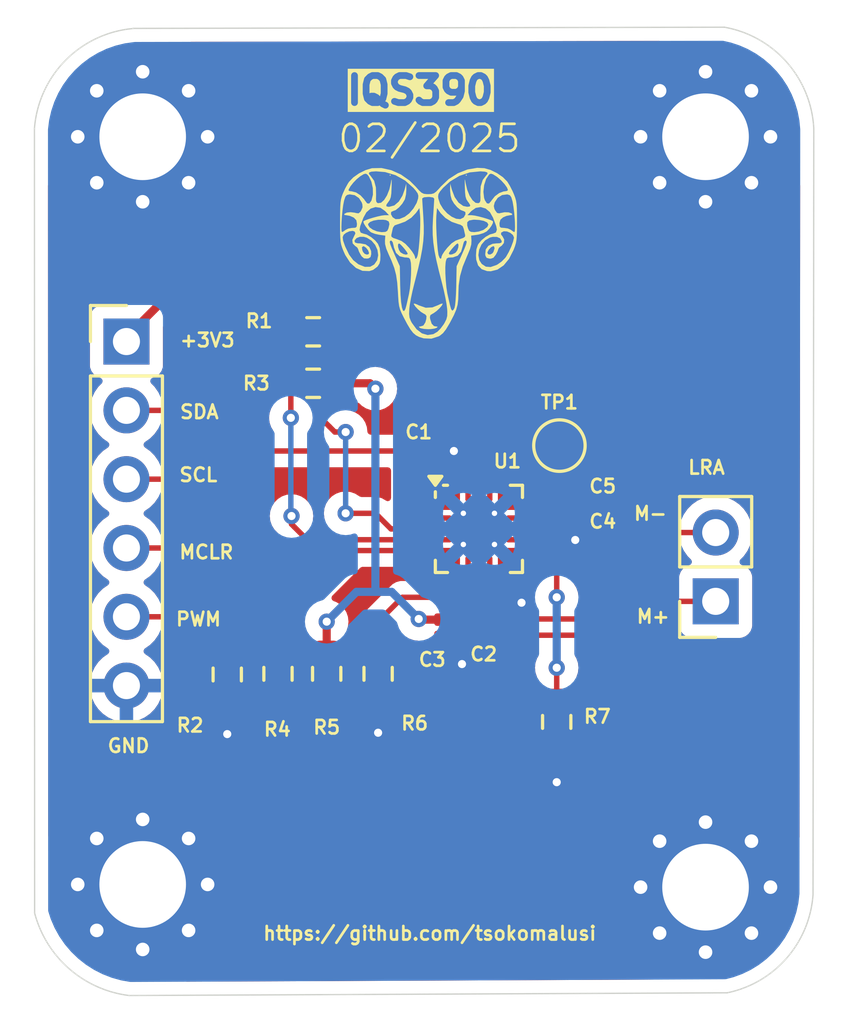
<source format=kicad_pcb>
(kicad_pcb (version 20240108) (generator "pcbnew") (generator_version "8.0")
  (layers (0 "F.Cu" signal) (31 "B.Cu" signal) (34 "B.Paste" user) (35 "F.Paste" user) (36 "B.SilkS" user "B.Silkscreen") (37 "F.SilkS" user "F.Silkscreen") (38 "B.Mask" user) (39 "F.Mask" user) (44 "Edge.Cuts" user))
  (net 0 "")
  (net 1 "GND")
  (net 2 "/ADDR-PWM")
  (net 3 "+3V3")
  (net 4 "Net-(U1-VREG)")
  (net 5 "/SDA")
  (net 6 "/MCLR")
  (net 7 "/SCL")
  (net 8 "Net-(J2-Pin_2)")
  (net 9 "Net-(J2-Pin_1)")
  (net 10 "Net-(U1-TRIG_HAPTICS{slash}AUTO_WAKE)")
  (net 11 "Net-(U1-MODE_SEL)")
  (footprint "MountingHole:MountingHole_3.2mm_M3_Pad_Via" (layer "F.Cu") (at 100.8 83.8)
    (property "Reference" "H4")
    (property "Value" "M3.2_Pad")
    (pad "1" thru_hole circle (at -2.4 0) (size 0.8 0.8) (drill 0.5) (layers "*.Cu" "*.Mask") (net 1 "GND"))
    (pad "1" thru_hole circle (at -1.697056 -1.697056) (size 0.8 0.8) (drill 0.5) (layers "*.Cu" "*.Mask") (net 1 "GND"))
    (pad "1" thru_hole circle (at -1.697056 1.697056) (size 0.8 0.8) (drill 0.5) (layers "*.Cu" "*.Mask") (net 1 "GND"))
    (pad "1" thru_hole circle (at 0 -2.4) (size 0.8 0.8) (drill 0.5) (layers "*.Cu" "*.Mask") (net 1 "GND"))
    (pad "1" thru_hole circle (at 0 0) (size 6.4 6.4) (drill 3.2) (layers "*.Cu" "*.Mask") (net 1 "GND"))
    (pad "1" thru_hole circle (at 0 2.4) (size 0.8 0.8) (drill 0.5) (layers "*.Cu" "*.Mask") (net 1 "GND"))
    (pad "1" thru_hole circle (at 1.697056 -1.697056) (size 0.8 0.8) (drill 0.5) (layers "*.Cu" "*.Mask") (net 1 "GND"))
    (pad "1" thru_hole circle (at 1.697056 1.697056) (size 0.8 0.8) (drill 0.5) (layers "*.Cu" "*.Mask") (net 1 "GND"))
    (pad "1" thru_hole circle (at 2.4 0) (size 0.8 0.8) (drill 0.5) (layers "*.Cu" "*.Mask") (net 1 "GND"))
  )
  (footprint "TestPoint:TestPoint_Pad_D1.5mm" (layer "F.Cu") (at 95.4 67.5)
    (property "Reference" "TP1" (at 0 -1.6 0) (layer "F.SilkS") (effects (font (size 0.5 0.5) (thickness 0.1))))
    (property "Value" "VREG")
    (pad "1" smd circle (at 0 0) (size 1.5 1.5) (layers "F.Cu" "F.Mask") (net 4 "Net-(U1-VREG)"))
  )
  (footprint "Resistor_SMD:R_0603_1608Metric" (layer "F.Cu") (at 83.125 75.95 -90)
    (property "Reference" "R2" (at 1.875 1.375 0) (layer "F.SilkS") (effects (font (size 0.5 0.5) (thickness 0.1) (bold yes))))
    (property "Value" "0R")
    (pad "1" smd roundrect (at -0.825 0 270) (size 0.8 0.95) (layers "F.Cu" "F.Paste" "F.Mask") (net 2 "/ADDR-PWM"))
    (pad "2" smd roundrect (at 0.825 0 270) (size 0.8 0.95) (layers "F.Cu" "F.Paste" "F.Mask") (net 1 "GND"))
  )
  (footprint "Connector_PinSocket_2.54mm:PinSocket_1x02_P2.54mm_Vertical" (layer "F.Cu") (at 101.175 73.25 180)
    (property "Reference" "J2")
    (property "Value" "Conn_01x02")
    (pad "1" thru_hole rect (at 0 0 180) (size 1.7 1.7) (drill 1) (layers "*.Cu" "*.Mask") (net 9 "Net-(J2-Pin_1)"))
    (pad "2" thru_hole oval (at 0 2.54 180) (size 1.7 1.7) (drill 1) (layers "*.Cu" "*.Mask") (net 8 "Net-(J2-Pin_2)"))
  )
  (footprint "MountingHole:MountingHole_3.2mm_M3_Pad_Via" (layer "F.Cu") (at 80 56.1)
    (property "Reference" "H1")
    (property "Value" "M3.2_Pad")
    (pad "1" thru_hole circle (at -2.4 0) (size 0.8 0.8) (drill 0.5) (layers "*.Cu" "*.Mask") (net 1 "GND"))
    (pad "1" thru_hole circle (at -1.697056 -1.697056) (size 0.8 0.8) (drill 0.5) (layers "*.Cu" "*.Mask") (net 1 "GND"))
    (pad "1" thru_hole circle (at -1.697056 1.697056) (size 0.8 0.8) (drill 0.5) (layers "*.Cu" "*.Mask") (net 1 "GND"))
    (pad "1" thru_hole circle (at 0 -2.4) (size 0.8 0.8) (drill 0.5) (layers "*.Cu" "*.Mask") (net 1 "GND"))
    (pad "1" thru_hole circle (at 0 0) (size 6.4 6.4) (drill 3.2) (layers "*.Cu" "*.Mask") (net 1 "GND"))
    (pad "1" thru_hole circle (at 0 2.4) (size 0.8 0.8) (drill 0.5) (layers "*.Cu" "*.Mask") (net 1 "GND"))
    (pad "1" thru_hole circle (at 1.697056 -1.697056) (size 0.8 0.8) (drill 0.5) (layers "*.Cu" "*.Mask") (net 1 "GND"))
    (pad "1" thru_hole circle (at 1.697056 1.697056) (size 0.8 0.8) (drill 0.5) (layers "*.Cu" "*.Mask") (net 1 "GND"))
    (pad "1" thru_hole circle (at 2.4 0) (size 0.8 0.8) (drill 0.5) (layers "*.Cu" "*.Mask") (net 1 "GND"))
  )
  (footprint "Resistor_SMD:R_0603_1608Metric" (layer "F.Cu") (at 86.3 63.3 180)
    (property "Reference" "R1" (at 2 0.4 0) (layer "F.SilkS") (effects (font (size 0.5 0.5) (thickness 0.1) (bold yes))))
    (property "Value" "3K3")
    (pad "1" smd roundrect (at -0.825 0 180) (size 0.8 0.95) (layers "F.Cu" "F.Paste" "F.Mask") (net 3 "+3V3"))
    (pad "2" smd roundrect (at 0.825 0 180) (size 0.8 0.95) (layers "F.Cu" "F.Paste" "F.Mask") (net 5 "/SDA"))
  )
  (footprint "Resistor_SMD:R_0603_1608Metric" (layer "F.Cu") (at 86.8 75.925 -90)
    (property "Reference" "R5" (at 1.975 0 0) (layer "F.SilkS") (effects (font (size 0.5 0.5) (thickness 0.1) (bold yes))))
    (property "Value" "4K7")
    (pad "1" smd roundrect (at -0.825 0 270) (size 0.8 0.95) (layers "F.Cu" "F.Paste" "F.Mask") (net 3 "+3V3"))
    (pad "2" smd roundrect (at 0.825 0 270) (size 0.8 0.95) (layers "F.Cu" "F.Paste" "F.Mask") (net 10 "Net-(U1-TRIG_HAPTICS{slash}AUTO_WAKE)"))
  )
  (footprint "Resistor_SMD:R_0603_1608Metric" (layer "F.Cu") (at 95.3 77.7 -90)
    (property "Reference" "R7" (at -0.2 -1.5 0) (layer "F.SilkS") (effects (font (size 0.5 0.5) (thickness 0.1) (bold yes))))
    (property "Value" "0R")
    (pad "1" smd roundrect (at -0.825 0 270) (size 0.8 0.95) (layers "F.Cu" "F.Paste" "F.Mask") (net 11 "Net-(U1-MODE_SEL)"))
    (pad "2" smd roundrect (at 0.825 0 270) (size 0.8 0.95) (layers "F.Cu" "F.Paste" "F.Mask") (net 1 "GND"))
  )
  (footprint "Resistor_SMD:R_0603_1608Metric" (layer "F.Cu") (at 85 75.925 -90)
    (property "Reference" "R4" (at 2.05 0.025 0) (layer "F.SilkS") (effects (font (size 0.5 0.5) (thickness 0.1) (bold yes))))
    (property "Value" "0R")
    (pad "1" smd roundrect (at -0.825 0 270) (size 0.8 0.95) (layers "F.Cu" "F.Paste" "F.Mask") (net 2 "/ADDR-PWM"))
    (pad "2" smd roundrect (at 0.825 0 270) (size 0.8 0.95) (layers "F.Cu" "F.Paste" "F.Mask") (net 10 "Net-(U1-TRIG_HAPTICS{slash}AUTO_WAKE)"))
  )
  (footprint "Package_DFN_QFN:QFN-20-1EP_3x3mm_P0.4mm_EP1.65x1.65mm_ThermalVias" (layer "F.Cu") (at 92.425 70.575)
    (property "Reference" "U1" (at 1.05 -2.5 0) (layer "F.SilkS") (effects (font (size 0.5 0.5) (thickness 0.1) (bold yes))))
    (property "Value" "IQS390")
    (pad "1" smd roundrect (at -1.45 -0.8) (size 0.85 0.2) (layers "F.Cu" "F.Paste" "F.Mask"))
    (pad "2" smd roundrect (at -1.45 -0.4) (size 0.85 0.2) (layers "F.Cu" "F.Paste" "F.Mask") (net 6 "/MCLR"))
    (pad "3" smd roundrect (at -1.45 0) (size 0.85 0.2) (layers "F.Cu" "F.Paste" "F.Mask") (net 5 "/SDA"))
    (pad "4" smd roundrect (at -1.45 0.4) (size 0.85 0.2) (layers "F.Cu" "F.Paste" "F.Mask") (net 7 "/SCL"))
    (pad "5" smd roundrect (at -1.45 0.8) (size 0.85 0.2) (layers "F.Cu" "F.Paste" "F.Mask") (net 2 "/ADDR-PWM"))
    (pad "6" smd roundrect (at -0.8 1.45) (size 0.2 0.85) (layers "F.Cu" "F.Paste" "F.Mask") (net 10 "Net-(U1-TRIG_HAPTICS{slash}AUTO_WAKE)"))
    (pad "7" smd roundrect (at -0.4 1.45) (size 0.2 0.85) (layers "F.Cu" "F.Paste" "F.Mask") (net 3 "+3V3"))
    (pad "8" smd roundrect (at 0 1.45) (size 0.2 0.85) (layers "F.Cu" "F.Paste" "F.Mask") (net 9 "Net-(J2-Pin_1)"))
    (pad "9" smd roundrect (at 0.4 1.45) (size 0.2 0.85) (layers "F.Cu" "F.Paste" "F.Mask") (net 8 "Net-(J2-Pin_2)"))
    (pad "10" smd roundrect (at 0.8 1.45) (size 0.2 0.85) (layers "F.Cu" "F.Paste" "F.Mask") (net 1 "GND"))
    (pad "11" smd roundrect (at 1.45 0.8) (size 0.85 0.2) (layers "F.Cu" "F.Paste" "F.Mask") (net 11 "Net-(U1-MODE_SEL)"))
    (pad "12" smd roundrect (at 1.45 0.4) (size 0.85 0.2) (layers "F.Cu" "F.Paste" "F.Mask"))
    (pad "13" smd roundrect (at 1.45 0) (size 0.85 0.2) (layers "F.Cu" "F.Paste" "F.Mask"))
    (pad "14" smd roundrect (at 1.45 -0.4) (size 0.85 0.2) (layers "F.Cu" "F.Paste" "F.Mask") (net 4 "Net-(U1-VREG)"))
    (pad "15" smd roundrect (at 1.45 -0.8) (size 0.85 0.2) (layers "F.Cu" "F.Paste" "F.Mask"))
    (pad "16" smd roundrect (at 0.8 -1.45) (size 0.2 0.85) (layers "F.Cu" "F.Paste" "F.Mask"))
    (pad "17" smd roundrect (at 0.4 -1.45) (size 0.2 0.85) (layers "F.Cu" "F.Paste" "F.Mask"))
    (pad "18" smd roundrect (at 0 -1.45) (size 0.2 0.85) (layers "F.Cu" "F.Paste" "F.Mask"))
    (pad "19" smd roundrect (at -0.4 -1.45) (size 0.2 0.85) (layers "F.Cu" "F.Paste" "F.Mask"))
    (pad "20" smd roundrect (at -0.8 -1.45) (size 0.2 0.85) (layers "F.Cu" "F.Paste" "F.Mask"))
    (pad "21" thru_hole circle (at -0.575 -0.575) (size 0.5 0.5) (drill 0.2) (property pad_prop_heatsink) (layers "*.Cu") (net 1 "GND"))
    (pad "21" thru_hole circle (at -0.575 0.575) (size 0.5 0.5) (drill 0.2) (property pad_prop_heatsink) (layers "*.Cu") (net 1 "GND"))
    (pad "21" smd rect (at 0 0) (size 1.65 1.65) (property pad_prop_heatsink) (layers "F.Cu" "F.Mask") (net 1 "GND"))
    (pad "21" smd rect (at 0 0) (size 1.65 1.65) (property pad_prop_heatsink) (layers "B.Cu") (net 1 "GND"))
    (pad "21" thru_hole circle (at 0.575 -0.575) (size 0.5 0.5) (drill 0.2) (property pad_prop_heatsink) (layers "*.Cu") (net 1 "GND"))
    (pad "21" thru_hole circle (at 0.575 0.575) (size 0.5 0.5) (drill 0.2) (property pad_prop_heatsink) (layers "*.Cu") (net 1 "GND"))
  )
  (footprint "Connector_PinHeader_2.54mm:PinHeader_1x06_P2.54mm_Vertical" (layer "F.Cu") (at 79.4 63.66)
    (property "Reference" "J1")
    (property "Value" "Conn_01x06")
    (pad "1" thru_hole rect (at 0 0) (size 1.7 1.7) (drill 1) (layers "*.Cu" "*.Mask") (net 3 "+3V3"))
    (pad "2" thru_hole oval (at 0 2.54) (size 1.7 1.7) (drill 1) (layers "*.Cu" "*.Mask") (net 5 "/SDA"))
    (pad "3" thru_hole oval (at 0 5.08) (size 1.7 1.7) (drill 1) (layers "*.Cu" "*.Mask") (net 7 "/SCL"))
    (pad "4" thru_hole oval (at 0 7.62) (size 1.7 1.7) (drill 1) (layers "*.Cu" "*.Mask") (net 6 "/MCLR"))
    (pad "5" thru_hole oval (at 0 10.16) (size 1.7 1.7) (drill 1) (layers "*.Cu" "*.Mask") (net 2 "/ADDR-PWM"))
    (pad "6" thru_hole oval (at 0 12.7) (size 1.7 1.7) (drill 1) (layers "*.Cu" "*.Mask") (net 1 "GND"))
  )
  (footprint "Resistor_SMD:R_0603_1608Metric" (layer "F.Cu") (at 86.3 65.2 180)
    (property "Reference" "R3" (at 2.1 0 0) (layer "F.SilkS") (effects (font (size 0.5 0.5) (thickness 0.1) (bold yes))))
    (property "Value" "3K3")
    (pad "1" smd roundrect (at -0.825 0 180) (size 0.8 0.95) (layers "F.Cu" "F.Paste" "F.Mask") (net 3 "+3V3"))
    (pad "2" smd roundrect (at 0.825 0 180) (size 0.8 0.95) (layers "F.Cu" "F.Paste" "F.Mask") (net 7 "/SCL"))
  )
  (footprint "Capacitor_SMD:C_0201_0603Metric" (layer "F.Cu") (at 95.72 69.25)
    (property "Reference" "C5" (at 1.28 -0.25 0) (layer "F.SilkS") (effects (font (size 0.5 0.5) (thickness 0.1) (bold yes))))
    (property "Value" "4u7_16V")
    (pad "1" smd roundrect (at -0.32 0) (size 0.46 0.4) (layers "F.Cu" "F.Mask") (net 4 "Net-(U1-VREG)"))
    (pad "2" smd roundrect (at 0.32 0) (size 0.46 0.4) (layers "F.Cu" "F.Mask") (net 1 "GND"))
  )
  (footprint "KiCad_Footprint_logos:Footprint_logos" (layer "F.Cu") (at 90.775 60.4)
    (property "Reference" "G***" (hide yes))
    (property "Value" "LOGO" (hide yes))
  )
  (footprint "Capacitor_SMD:C_0201_0603Metric" (layer "F.Cu") (at 90.975 74.245 -90)
    (property "Reference" "C3" (at 1.155 0.275 0) (layer "F.SilkS") (effects (font (size 0.5 0.5) (thickness 0.1))))
    (property "Value" "10u_10V")
    (pad "1" smd roundrect (at -0.32 0 270) (size 0.46 0.4) (layers "F.Cu" "F.Mask") (net 3 "+3V3"))
    (pad "2" smd roundrect (at 0.32 0 270) (size 0.46 0.4) (layers "F.Cu" "F.Mask") (net 1 "GND"))
  )
  (footprint "Capacitor_SMD:C_0201_0603Metric" (layer "F.Cu") (at 91.775 74.225 -90)
    (property "Reference" "C2" (at 0.975 -0.825 0) (layer "F.SilkS") (effects (font (size 0.5 0.5) (thickness 0.1))))
    (property "Value" "100p")
    (pad "1" smd roundrect (at -0.32 0 270) (size 0.46 0.4) (layers "F.Cu" "F.Mask") (net 3 "+3V3"))
    (pad "2" smd roundrect (at 0.32 0 270) (size 0.46 0.4) (layers "F.Cu" "F.Mask") (net 1 "GND"))
  )
  (footprint "MountingHole:MountingHole_3.2mm_M3_Pad_Via" (layer "F.Cu") (at 80 83.7)
    (property "Reference" "H3")
    (property "Value" "M3.2_Pad")
    (pad "1" thru_hole circle (at -2.4 0) (size 0.8 0.8) (drill 0.5) (layers "*.Cu" "*.Mask") (net 1 "GND"))
    (pad "1" thru_hole circle (at -1.697056 -1.697056) (size 0.8 0.8) (drill 0.5) (layers "*.Cu" "*.Mask") (net 1 "GND"))
    (pad "1" thru_hole circle (at -1.697056 1.697056) (size 0.8 0.8) (drill 0.5) (layers "*.Cu" "*.Mask") (net 1 "GND"))
    (pad "1" thru_hole circle (at 0 -2.4) (size 0.8 0.8) (drill 0.5) (layers "*.Cu" "*.Mask") (net 1 "GND"))
    (pad "1" thru_hole circle (at 0 0) (size 6.4 6.4) (drill 3.2) (layers "*.Cu" "*.Mask") (net 1 "GND"))
    (pad "1" thru_hole circle (at 0 2.4) (size 0.8 0.8) (drill 0.5) (layers "*.Cu" "*.Mask") (net 1 "GND"))
    (pad "1" thru_hole circle (at 1.697056 -1.697056) (size 0.8 0.8) (drill 0.5) (layers "*.Cu" "*.Mask") (net 1 "GND"))
    (pad "1" thru_hole circle (at 1.697056 1.697056) (size 0.8 0.8) (drill 0.5) (layers "*.Cu" "*.Mask") (net 1 "GND"))
    (pad "1" thru_hole circle (at 2.4 0) (size 0.8 0.8) (drill 0.5) (layers "*.Cu" "*.Mask") (net 1 "GND"))
  )
  (footprint "Resistor_SMD:R_0603_1608Metric" (layer "F.Cu") (at 88.7 75.925 -90)
    (property "Reference" "R6" (at 1.825 -1.35 0) (layer "F.SilkS") (effects (font (size 0.5 0.5) (thickness 0.1) (bold yes))))
    (property "Value" "4K7")
    (pad "1" smd roundrect (at -0.825 0 270) (size 0.8 0.95) (layers "F.Cu" "F.Paste" "F.Mask") (net 10 "Net-(U1-TRIG_HAPTICS{slash}AUTO_WAKE)"))
    (pad "2" smd roundrect (at 0.825 0 270) (size 0.8 0.95) (layers "F.Cu" "F.Paste" "F.Mask") (net 1 "GND"))
  )
  (footprint "Capacitor_SMD:C_0201_0603Metric" (layer "F.Cu") (at 95.72 70.15)
    (property "Reference" "C4" (at 1.28 0.15 0) (layer "F.SilkS") (effects (font (size 0.5 0.5) (thickness 0.1) (bold yes))))
    (property "Value" "100p")
    (pad "1" smd roundrect (at -0.32 0) (size 0.46 0.4) (layers "F.Cu" "F.Mask") (net 4 "Net-(U1-VREG)"))
    (pad "2" smd roundrect (at 0.32 0) (size 0.46 0.4) (layers "F.Cu" "F.Mask") (net 1 "GND"))
  )
  (footprint "MountingHole:MountingHole_3.2mm_M3_Pad_Via" (layer "F.Cu") (at 100.8 56.1)
    (property "Reference" "H2")
    (property "Value" "M3.2_Pad")
    (pad "1" thru_hole circle (at -2.4 0) (size 0.8 0.8) (drill 0.5) (layers "*.Cu" "*.Mask") (net 1 "GND"))
    (pad "1" thru_hole circle (at -1.697056 -1.697056) (size 0.8 0.8) (drill 0.5) (layers "*.Cu" "*.Mask") (net 1 "GND"))
    (pad "1" thru_hole circle (at -1.697056 1.697056) (size 0.8 0.8) (drill 0.5) (layers "*.Cu" "*.Mask") (net 1 "GND"))
    (pad "1" thru_hole circle (at 0 -2.4) (size 0.8 0.8) (drill 0.5) (layers "*.Cu" "*.Mask") (net 1 "GND"))
    (pad "1" thru_hole circle (at 0 0) (size 6.4 6.4) (drill 3.2) (layers "*.Cu" "*.Mask") (net 1 "GND"))
    (pad "1" thru_hole circle (at 0 2.4) (size 0.8 0.8) (drill 0.5) (layers "*.Cu" "*.Mask") (net 1 "GND"))
    (pad "1" thru_hole circle (at 1.697056 -1.697056) (size 0.8 0.8) (drill 0.5) (layers "*.Cu" "*.Mask") (net 1 "GND"))
    (pad "1" thru_hole circle (at 1.697056 1.697056) (size 0.8 0.8) (drill 0.5) (layers "*.Cu" "*.Mask") (net 1 "GND"))
    (pad "1" thru_hole circle (at 2.4 0) (size 0.8 0.8) (drill 0.5) (layers "*.Cu" "*.Mask") (net 1 "GND"))
  )
  (footprint "Capacitor_SMD:C_0201_0603Metric" (layer "F.Cu") (at 90.1 67.7)
    (property "Reference" "C1" (at 0.1 -0.7 0) (layer "F.SilkS") (effects (font (size 0.5 0.5) (thickness 0.1) (bold yes))))
    (property "Value" "100n_25V")
    (pad "1" smd roundrect (at -0.32 0) (size 0.46 0.4) (layers "F.Cu" "F.Mask") (net 6 "/MCLR"))
    (pad "2" smd roundrect (at 0.32 0) (size 0.46 0.4) (layers "F.Cu" "F.Mask") (net 1 "GND"))
  )
  (gr_line (start 101.6 87.699999) (end 79.5 87.8) (stroke (width 0.05)) (layer "Edge.Cuts"))
  (gr_line (start 79.642425 52.1) (end 101.49601 52.055946) (stroke (width 0.05)) (layer "Edge.Cuts"))
  (gr_arc (start 104.771551 84.077085) (mid 103.795547 86.422345) (end 101.6 87.699999) (stroke (width 0.05)) (layer "Edge.Cuts"))
  (gr_arc (start 76 55.8) (mid 77.143426 53.283977) (end 79.642845 52.104698) (stroke (width 0.05)) (layer "Edge.Cuts"))
  (gr_line (start 104.8 55.8) (end 104.771551 84.077085) (stroke (width 0.05)) (layer "Edge.Cuts"))
  (gr_arc (start 79.5 87.8) (mid 77.286791 86.814241) (end 76.007145 84.756932) (stroke (width 0.05)) (layer "Edge.Cuts"))
  (gr_arc (start 101.49601 52.055946) (mid 103.802934 53.350022) (end 104.799999 55.8) (stroke (width 0.05)) (layer "Edge.Cuts"))
  (gr_line (start 76 55.8) (end 76.007145 84.756932) (stroke (width 0.05)) (layer "Edge.Cuts"))
  (gr_text "SDA" (at 81.325 66.55 0) (layer "F.SilkS") (effects (font (size 0.5 0.5) (thickness 0.1)) (justify left bottom)))
  (gr_text "02/2025" (at 87.15 56.75 0) (layer "F.SilkS") (effects (font (size 1 1) (thickness 0.1)) (justify left bottom)))
  (gr_text "GND" (at 78.65 78.875 0) (layer "F.SilkS") (effects (font (size 0.5 0.5) (thickness 0.1)) (justify left bottom)))
  (gr_text "IQS390" (at 87.425 54.975 0) (layer "F.SilkS" knockout) (effects (font (size 1 1) (thickness 0.25) (bold yes)) (justify left bottom)))
  (gr_text "M-" (at 98.1 70.3 0) (layer "F.SilkS") (effects (font (size 0.5 0.5) (thickness 0.1)) (justify left bottom)))
  (gr_text "https://github.com/tsokomalusi" (at 84.4 85.8 0) (layer "F.SilkS") (effects (font (size 0.5 0.5) (thickness 0.1)) (justify left bottom)))
  (gr_text "+3V3" (at 81.325 63.9 0) (layer "F.SilkS") (effects (font (size 0.5 0.5) (thickness 0.1)) (justify left bottom)))
  (gr_text "PWM" (at 81.175 74.2 0) (layer "F.SilkS") (effects (font (size 0.5 0.5) (thickness 0.1)) (justify left bottom)))
  (gr_text "LRA" (at 100.1 68.6 0) (layer "F.SilkS") (effects (font (size 0.5 0.5) (thickness 0.1) (bold yes)) (justify left bottom)))
  (gr_text "M+" (at 98.2 74.1 0) (layer "F.SilkS") (effects (font (size 0.5 0.5) (thickness 0.1)) (justify left bottom)))
  (gr_text "MCLR" (at 81.3 71.725 0) (layer "F.SilkS") (effects (font (size 0.5 0.5) (thickness 0.1)) (justify left bottom)))
  (gr_text "SCL" (at 81.3 68.875 0) (layer "F.SilkS") (effects (font (size 0.5 0.5) (thickness 0.1)) (justify left bottom)))
  (segment (start 83.125 76.775) (end 83.125 78.15) (width 0.3) (layer "F.Cu") (net 1))
  (segment (start 91.775 74.545) (end 91.775 75.325) (width 0.3) (layer "F.Cu") (net 1))
  (segment (start 91.755 74.565) (end 91.775 74.545) (width 0.3) (layer "F.Cu") (net 1))
  (segment (start 96.04 70.15) (end 96.04 70.93) (width 0.3) (layer "F.Cu") (net 1))
  (segment (start 93.225 73.025) (end 93.5 73.3) (width 0.2) (layer "F.Cu") (net 1))
  (segment (start 90.42 67.7) (end 91.5 67.7) (width 0.3) (layer "F.Cu") (net 1))
  (segment (start 93.225 72.025) (end 93.225 73.025) (width 0.2) (layer "F.Cu") (net 1))
  (segment (start 91.775 75.325) (end 91.8 75.35) (width 0.3) (layer "F.Cu") (net 1))
  (segment (start 95.985 70.985) (end 96.04 70.93) (width 0.3) (layer "F.Cu") (net 1))
  (segment (start 93.5 73.3) (end 94 73.3) (width 0.2) (layer "F.Cu") (net 1))
  (segment (start 95.275 79.9) (end 95.3 79.925) (width 0.3) (layer "F.Cu") (net 1))
  (segment (start 95.275 78.625) (end 95.275 79.9) (width 0.3) (layer "F.Cu") (net 1))
  (segment (start 88.7 76.75) (end 88.7 78.1) (width 0.3) (layer "F.Cu") (net 1))
  (segment (start 96.04 70.15) (end 96.04 69.25) (width 0.3) (layer "F.Cu") (net 1))
  (segment (start 90.975 74.565) (end 91.755 74.565) (width 0.3) (layer "F.Cu") (net 1))
  (via (at 88.7 78.1) (size 0.6) (drill 0.3) (layers "F.Cu" "B.Cu") (net 1))
  (via (at 91.8 75.565) (size 0.6) (drill 0.3) (layers "F.Cu" "B.Cu") (net 1))
  (via (at 95.985 70.985) (size 0.6) (drill 0.3) (layers "F.Cu" "B.Cu") (net 1))
  (via (at 83.125 78.15) (size 0.6) (drill 0.3) (layers "F.Cu" "B.Cu") (net 1))
  (via (at 94 73.3) (size 0.6) (drill 0.3) (layers "F.Cu" "B.Cu") (net 1))
  (via (at 91.5 67.7) (size 0.6) (drill 0.3) (layers "F.Cu" "B.Cu") (net 1))
  (via (at 95.3 79.925) (size 0.6) (drill 0.3) (layers "F.Cu" "B.Cu") (net 1))
  (segment (start 90.975 71.375) (end 87.825 71.375) (width 0.2) (layer "F.Cu") (net 2))
  (segment (start 82.525 75.125) (end 81.2 73.8) (width 0.2) (layer "F.Cu") (net 2))
  (segment (start 81.18 73.82) (end 79.4 73.82) (width 0.2) (layer "F.Cu") (net 2))
  (segment (start 83.125 75.125) (end 84.975 75.125) (width 0.2) (layer "F.Cu") (net 2))
  (segment (start 87.825 71.375) (end 85 74.2) (width 0.2) (layer "F.Cu") (net 2))
  (segment (start 83.125 75.125) (end 82.525 75.125) (width 0.2) (layer "F.Cu") (net 2))
  (segment (start 84.975 75.125) (end 85 75.1) (width 0.2) (layer "F.Cu") (net 2))
  (segment (start 81.2 73.8) (end 81.18 73.82) (width 0.2) (layer "F.Cu") (net 2))
  (segment (start 85 74.2) (end 85 75.1) (width 0.2) (layer "F.Cu") (net 2))
  (segment (start 92.025 72.775) (end 91.775 73.025) (width 0.2) (layer "F.Cu") (net 3))
  (segment (start 87.125 62.725) (end 87.125 63.3) (width 0.3) (layer "F.Cu") (net 3))
  (segment (start 82.1 60.8) (end 85.2 60.8) (width 0.3) (layer "F.Cu") (net 3))
  (segment (start 90.975 73.925) (end 91.755 73.925) (width 0.3) (layer "F.Cu") (net 3))
  (segment (start 91.775 73.025) (end 91.775 73.74) (width 0.2) (layer "F.Cu") (net 3))
  (segment (start 90.225 73.925) (end 90.2 73.9) (width 0.3) (layer "F.Cu") (net 3))
  (segment (start 79.4 63.5) (end 82.1 60.8) (width 0.3) (layer "F.Cu") (net 3))
  (segment (start 88.4 65.2) (end 88.6 65.4) (width 0.3) (layer "F.Cu") (net 3))
  (segment (start 90.975 73.925) (end 90.225 73.925) (width 0.3) (layer "F.Cu") (net 3))
  (segment (start 92.025 72.025) (end 92.025 72.775) (width 0.2) (layer "F.Cu") (net 3))
  (segment (start 87.125 63.3) (end 87.125 65.2) (width 0.3) (layer "F.Cu") (net 3))
  (segment (start 87.125 65.2) (end 88.4 65.2) (width 0.3) (layer "F.Cu") (net 3))
  (segment (start 91.755 73.925) (end 91.775 73.905) (width 0.3) (layer "F.Cu") (net 3))
  (segment (start 79.4 63.66) (end 79.4 63.5) (width 0.3) (layer "F.Cu") (net 3))
  (segment (start 86.8 75.1) (end 86.8 74) (width 0.3) (layer "F.Cu") (net 3))
  (segment (start 85.2 60.8) (end 87.125 62.725) (width 0.3) (layer "F.Cu") (net 3))
  (via (at 90.2 73.9) (size 0.6) (drill 0.3) (layers "F.Cu" "B.Cu") (net 3))
  (via (at 86.8 74) (size 0.6) (drill 0.3) (layers "F.Cu" "B.Cu") (net 3))
  (via (at 88.6 65.4) (size 0.6) (drill 0.3) (layers "F.Cu" "B.Cu") (net 3))
  (segment (start 88.6 65.4) (end 88.6 72.9) (width 0.3) (layer "B.Cu") (net 3))
  (segment (start 88.6 72.9) (end 89.2 72.9) (width 0.3) (layer "B.Cu") (net 3))
  (segment (start 86.8 74) (end 87.9 72.9) (width 0.3) (layer "B.Cu") (net 3))
  (segment (start 89.2 72.9) (end 90.2 73.9) (width 0.3) (layer "B.Cu") (net 3))
  (segment (start 87.9 72.9) (end 88.6 72.9) (width 0.3) (layer "B.Cu") (net 3))
  (segment (start 95.4 69.25) (end 95.4 67.5) (width 0.3) (layer "F.Cu") (net 4))
  (segment (start 95.4 70.15) (end 95.4 69.25) (width 0.3) (layer "F.Cu") (net 4))
  (segment (start 95.375 70.175) (end 95.4 70.15) (width 0.2) (layer "F.Cu") (net 4))
  (segment (start 93.875 70.175) (end 95.375 70.175) (width 0.2) (layer "F.Cu") (net 4))
  (segment (start 87.1 67) (end 87.5 67) (width 0.2) (layer "F.Cu") (net 5))
  (segment (start 86.1 64.3) (end 86.425 64.625) (width 0.2) (layer "F.Cu") (net 5))
  (segment (start 85.375 63.3) (end 85.375 63.575) (width 0.2) (layer "F.Cu") (net 5))
  (segment (start 89.175 70.575) (end 88.7 70.1) (width 0.2) (layer "F.Cu") (net 5))
  (segment (start 90.975 70.575) (end 89.175 70.575) (width 0.2) (layer "F.Cu") (net 5))
  (segment (start 79.4 66.2) (end 81.7 66.2) (width 0.2) (layer "F.Cu") (net 5))
  (segment (start 83.2 63.3) (end 85.475 63.3) (width 0.2) (layer "F.Cu") (net 5))
  (segment (start 86.425 64.625) (end 86.425 66.325) (width 0.2) (layer "F.Cu") (net 5))
  (segment (start 82 65.9) (end 82 64.5) (width 0.2) (layer "F.Cu") (net 5))
  (segment (start 81.7 66.2) (end 82 65.9) (width 0.2) (layer "F.Cu") (net 5))
  (segment (start 85.475 63.3) (end 85.475 63.475) (width 0.2) (layer "F.Cu") (net 5))
  (segment (start 82 64.5) (end 83.2 63.3) (width 0.2) (layer "F.Cu") (net 5))
  (segment (start 88.6 70) (end 87.5 70) (width 0.2) (layer "F.Cu") (net 5))
  (segment (start 86.425 66.325) (end 86.9 66.8) (width 0.2) (layer "F.Cu") (net 5))
  (segment (start 85.475 63.3) (end 85.475 63.675) (width 0.2) (layer "F.Cu") (net 5))
  (segment (start 85.475 63.675) (end 86.1 64.3) (width 0.2) (layer "F.Cu") (net 5))
  (segment (start 88.7 70.1) (end 88.6 70) (width 0.2) (layer "F.Cu") (net 5))
  (segment (start 86.9 66.8) (end 87.1 67) (width 0.2) (layer "F.Cu") (net 5))
  (via (at 87.5 67) (size 0.6) (drill 0.3) (layers "F.Cu" "B.Cu") (net 5))
  (via (at 87.5 70) (size 0.6) (drill 0.3) (layers "F.Cu" "B.Cu") (net 5))
  (segment (start 87.5 67) (end 87.5 70) (width 0.2) (layer "B.Cu") (net 5))
  (segment (start 89.78 69.50136) (end 89.78 67.7) (width 0.2) (layer "F.Cu") (net 6))
  (segment (start 83.1 67.7) (end 89.78 67.7) (width 0.2) (layer "F.Cu") (net 6))
  (segment (start 81.62 71.28) (end 82.3 70.6) (width 0.2) (layer "F.Cu") (net 6))
  (segment (start 90.975 70.175) (end 90.45364 70.175) (width 0.2) (layer "F.Cu") (net 6))
  (segment (start 82.3 68.5) (end 83.1 67.7) (width 0.2) (layer "F.Cu") (net 6))
  (segment (start 90.45364 70.175) (end 89.78 69.50136) (width 0.2) (layer "F.Cu") (net 6))
  (segment (start 79.4 71.28) (end 81.62 71.28) (width 0.2) (layer "F.Cu") (net 6))
  (segment (start 82.3 70.6) (end 82.3 68.5) (width 0.2) (layer "F.Cu") (net 6))
  (segment (start 85.475 65.2) (end 85.475 66.475) (width 0.2) (layer "F.Cu") (net 7))
  (segment (start 85.5 66.5) (end 85.475 66.475) (width 0.2) (layer "F.Cu") (net 7))
  (segment (start 83.6 65.2) (end 85.475 65.2) (width 0.2) (layer "F.Cu") (net 7))
  (segment (start 82.5 67.3) (end 82.5 66.3) (width 0.2) (layer "F.Cu") (net 7))
  (segment (start 85.6 70.5) (end 85.5 70.4) (width 0.2) (layer "F.Cu") (net 7))
  (segment (start 79.4 68.74) (end 81.06 68.74) (width 0.2) (layer "F.Cu") (net 7))
  (segment (start 81.06 68.74) (end 82.5 67.3) (width 0.2) (layer "F.Cu") (net 7))
  (segment (start 86.075 70.975) (end 85.6 70.5) (width 0.2) (layer "F.Cu") (net 7))
  (segment (start 82.5 66.3) (end 83.6 65.2) (width 0.2) (layer "F.Cu") (net 7))
  (segment (start 85.5 70.4) (end 85.5 70.1) (width 0.2) (layer "F.Cu") (net 7))
  (segment (start 90.975 70.975) (end 86.075 70.975) (width 0.2) (layer "F.Cu") (net 7))
  (via (at 85.5 70.1) (size 0.6) (drill 0.3) (layers "F.Cu" "B.Cu") (net 7))
  (via (at 85.475 66.475) (size 0.6) (drill 0.3) (layers "F.Cu" "B.Cu") (net 7))
  (segment (start 85.475 66.475) (end 85.475 70.075) (width 0.2) (layer "B.Cu") (net 7))
  (segment (start 85.475 70.075) (end 85.5 70.1) (width 0.2) (layer "B.Cu") (net 7))
  (segment (start 96.3 73.9) (end 97.3 72.9) (width 0.2) (layer "F.Cu") (net 8))
  (segment (start 98.09 70.71) (end 97.6 71.2) (width 0.2) (layer "F.Cu") (net 8))
  (segment (start 92.825 72.025) (end 92.825 73.525) (width 0.2) (layer "F.Cu") (net 8))
  (segment (start 92.825 73.525) (end 93.2 73.9) (width 0.2) (layer "F.Cu") (net 8))
  (segment (start 97.3 71.5) (end 97.6 71.2) (width 0.2) (layer "F.Cu") (net 8))
  (segment (start 97.3 72.9) (end 97.3 71.5) (width 0.2) (layer "F.Cu") (net 8))
  (segment (start 97.6 71.2) (end 97.835 70.965) (width 0.2) (layer "F.Cu") (net 8))
  (segment (start 93.2 73.9) (end 96.3 73.9) (width 0.2) (layer "F.Cu") (net 8))
  (segment (start 101.175 70.71) (end 98.09 70.71) (width 0.2) (layer "F.Cu") (net 8))
  (segment (start 96.5 74.5) (end 93 74.5) (width 0.2) (layer "F.Cu") (net 9))
  (segment (start 97.3 73.7) (end 97.75 73.25) (width 0.2) (layer "F.Cu") (net 9))
  (segment (start 93 74.5) (end 92.425 73.925) (width 0.2) (layer "F.Cu") (net 9))
  (segment (start 92.425 73.925) (end 92.425 72.025) (width 0.2) (layer "F.Cu") (net 9))
  (segment (start 97.75 73.25) (end 101.175 73.25) (width 0.2) (layer "F.Cu") (net 9))
  (segment (start 97.3 73.7) (end 96.5 74.5) (width 0.2) (layer "F.Cu") (net 9))
  (segment (start 97.495 73.505) (end 97.3 73.7) (width 0.2) (layer "F.Cu") (net 9))
  (segment (start 91.625 72.375) (end 91.6 72.4) (width 0.2) (layer "F.Cu") (net 10))
  (segment (start 88.7 74) (end 88.7 75.1) (width 0.2) (layer "F.Cu") (net 10))
  (segment (start 91.625 72.025) (end 91.625 72.375) (width 0.2) (layer "F.Cu") (net 10))
  (segment (start 85 76.75) (end 86.8 76.75) (width 0.2) (layer "F.Cu") (net 10))
  (segment (start 91.1 73.1) (end 89.6 73.1) (width 0.2) (layer "F.Cu") (net 10))
  (segment (start 87.05 76.75) (end 86.8 76.75) (width 0.2) (layer "F.Cu") (net 10))
  (segment (start 88.7 75.1) (end 87.05 76.75) (width 0.2) (layer "F.Cu") (net 10))
  (segment (start 91.625 72.575) (end 91.1 73.1) (width 0.2) (layer "F.Cu") (net 10))
  (segment (start 91.625 72.025) (end 91.625 72.575) (width 0.2) (layer "F.Cu") (net 10))
  (segment (start 89.6 73.1) (end 88.7 74) (width 0.2) (layer "F.Cu") (net 10))
  (segment (start 95.3 76.875) (end 95.3 75.7) (width 0.2) (layer "F.Cu") (net 11))
  (segment (start 94.875 71.375) (end 93.875 71.375) (width 0.2) (layer "F.Cu") (net 11))
  (segment (start 95.3 71.8) (end 94.875 71.375) (width 0.2) (layer "F.Cu") (net 11))
  (segment (start 95.3 73.1) (end 95.3 71.8) (width 0.2) (layer "F.Cu") (net 11))
  (via (at 95.3 73.1) (size 0.6) (drill 0.3) (layers "F.Cu" "B.Cu") (net 11))
  (via (at 95.3 75.7) (size 0.6) (drill 0.3) (layers "F.Cu" "B.Cu") (net 11))
  (segment (start 95.3 75.7) (end 95.3 73.1) (width 0.3) (layer "B.Cu") (net 11))
  (zone (net 0) (net_name "") (layer "F.Cu") (priority 1) (connect_pads (clearance 0.5)) (min_thickness 0.25) (fill yes (thermal_gap 0.5) (thermal_bridge_width 0.5) (island_removal_mode 1) (island_area_min 10))
    (polygon (pts (xy 75.8 51.7) (xy 105.3 51.8) (xy 105.1 87.9) (xy 75.8 88.3) (xy 76 51.7)))
  )
  (zone (net 1) (net_name "GND") (layer "B.Cu") (connect_pads (clearance 0.5)) (min_thickness 0.25) (fill yes (thermal_gap 0.5) (thermal_bridge_width 0.5))
    (polygon (pts (xy 76 51.9) (xy 104.9 51.8) (xy 104.9 88.1) (xy 76.3 88.2) (xy 75.9 51.6)))
  )
)
</source>
